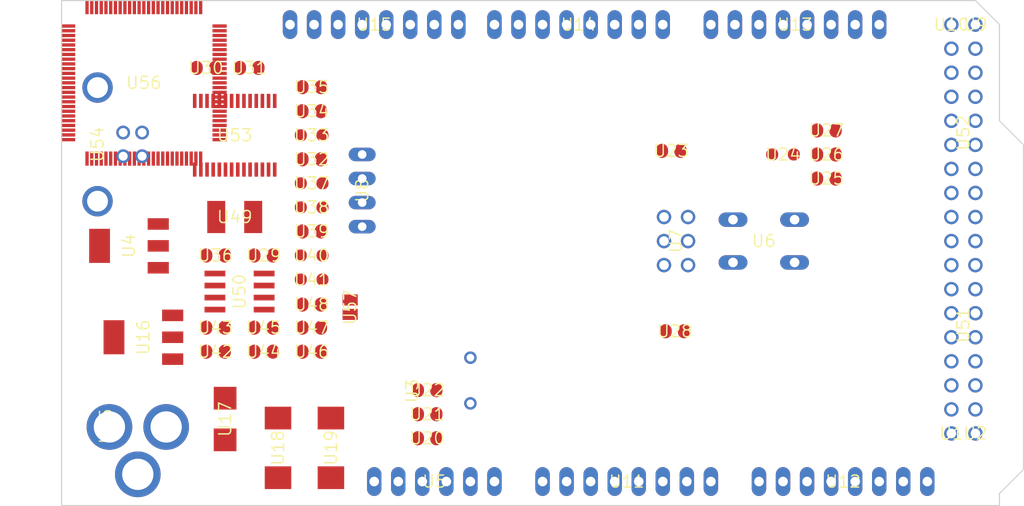
<source format=kicad_pcb>
(kicad_pcb (version 20221018) (generator pcbnew)
  (layers (0 "F.Cu" signal "Top") (31 "B.Cu" signal "Bottom") (34 "B.Paste" user) (35 "F.Paste" user) (36 "B.SilkS" user "B.Silkscreen") (37 "F.SilkS" user "F.Silkscreen") (38 "B.Mask" user) (39 "F.Mask" user) (44 "Edge.Cuts" user))
  (net 0 "")
  (net 1 "+5V")
  (net 2 "GND")
  (net 3 "N$6")
  (net 4 "N$7")
  (net 5 "AREF")
  (net 6 "RESET")
  (net 7 "VIN")
  (net 8 "N$3")
  (net 9 "PWRIN")
  (net 10 "M8RXD")
  (net 11 "M8TXD")
  (net 12 "ADC0")
  (net 13 "ADC2")
  (net 14 "ADC1")
  (net 15 "ADC3")
  (net 16 "ADC4")
  (net 17 "ADC5")
  (net 18 "ADC6")
  (net 19 "ADC7")
  (net 20 "+3V3")
  (net 21 "SDA")
  (net 22 "SCL")
  (net 23 "ADC9")
  (net 24 "ADC8")
  (net 25 "ADC10")
  (net 26 "ADC11")
  (net 27 "ADC12")
  (net 28 "ADC13")
  (net 29 "ADC14")
  (net 30 "ADC15")
  (net 31 "PB3")
  (net 32 "PB2")
  (net 33 "PB1")
  (net 34 "PB5")
  (net 35 "PB4")
  (net 36 "PE5")
  (net 37 "PE4")
  (net 38 "PE3")
  (net 39 "PE1")
  (net 40 "PE0")
  (net 41 "N$15")
  (net 42 "N$53")
  (net 43 "N$54")
  (net 44 "N$55")
  (net 45 "D-")
  (net 46 "D+")
  (net 47 "N$60")
  (net 48 "DTR")
  (net 49 "USBVCC")
  (net 50 "N$2")
  (net 51 "N$4")
  (net 52 "GATE_CMD")
  (net 53 "CMP")
  (net 54 "PB6")
  (net 55 "PH3")
  (net 56 "PH4")
  (net 57 "PH5")
  (net 58 "PH6")
  (net 59 "PG5")
  (net 60 "RXD1")
  (net 61 "TXD1")
  (net 62 "RXD2")
  (net 63 "RXD3")
  (net 64 "TXD2")
  (net 65 "TXD3")
  (net 66 "PC0")
  (net 67 "PC1")
  (net 68 "PC2")
  (net 69 "PC3")
  (net 70 "PC4")
  (net 71 "PC5")
  (net 72 "PC6")
  (net 73 "PC7")
  (net 74 "PB0")
  (net 75 "PG0")
  (net 76 "PG1")
  (net 77 "PG2")
  (net 78 "PD7")
  (net 79 "PA0")
  (net 80 "PA1")
  (net 81 "PA2")
  (net 82 "PA3")
  (net 83 "PA4")
  (net 84 "PA5")
  (net 85 "PA6")
  (net 86 "PA7")
  (net 87 "PL0")
  (net 88 "PL1")
  (net 89 "PL2")
  (net 90 "PL3")
  (net 91 "PL4")
  (net 92 "PL5")
  (net 93 "PL6")
  (net 94 "PL7")
  (net 95 "PB7")
  (net 96 "CTS")
  (net 97 "DSR")
  (net 98 "DCD")
  (net 99 "RI")
  (footprint "Arduino_MEGA_Reference_Design:2X03" (layer "F.Cu") (at 162.5981 103.7336 -90)
    (fp_text reference "U7")
    (fp_text value "")
  )
  (footprint "Arduino_MEGA_Reference_Design:1X08" (layer "F.Cu") (at 152.3111 80.8736 180)
    (fp_text reference "U14")
    (fp_text value "")
  )
  (footprint "Arduino_MEGA_Reference_Design:1X08" (layer "F.Cu") (at 130.7211 80.8736 180)
    (fp_text reference "U15")
    (fp_text value "")
  )
  (footprint "Arduino_MEGA_Reference_Design:SMC_D" (layer "F.Cu") (at 120.5611 125.5776 -90)
    (fp_text reference "U18")
    (fp_text value "")
  )
  (footprint "Arduino_MEGA_Reference_Design:SMC_D" (layer "F.Cu") (at 126.1491 125.5776 -90)
    (fp_text reference "U19")
    (fp_text value "")
  )
  (footprint "Arduino_MEGA_Reference_Design:B3F-10XX" (layer "F.Cu") (at 171.8691 103.7336 180)
    (fp_text reference "U6")
    (fp_text value "")
  )
  (footprint "Arduino_MEGA_Reference_Design:0805RND" (layer "F.Cu") (at 173.9011 94.5896 180)
    (fp_text reference "U24")
    (fp_text value "")
  )
  (footprint "Arduino_MEGA_Reference_Design:SMB" (layer "F.Cu") (at 114.9731 122.5296 -90)
    (fp_text reference "U17")
    (fp_text value "")
  )
  (footprint "Arduino_MEGA_Reference_Design:DC-21MM" (layer "F.Cu") (at 103.0351 123.2916 90)
    (fp_text reference "U55")
    (fp_text value "")
  )
  (footprint "Arduino_MEGA_Reference_Design:HC49_S" (layer "F.Cu") (at 140.8811 118.4656 90)
    (fp_text reference "U3")
    (fp_text value "")
  )
  (footprint "Arduino_MEGA_Reference_Design:SOT223" (layer "F.Cu") (at 106.3371 113.8936 90)
    (fp_text reference "U16")
    (fp_text value "")
  )
  (footprint "Arduino_MEGA_Reference_Design:1X06" (layer "F.Cu") (at 137.0711 129.1336)
    (fp_text reference "U5")
    (fp_text value "")
  )
  (footprint "Arduino_MEGA_Reference_Design:C0805RND" (layer "F.Cu") (at 124.1171 87.4776)
    (fp_text reference "U35")
    (fp_text value "")
  )
  (footprint "Arduino_MEGA_Reference_Design:C0805RND" (layer "F.Cu") (at 162.4711 113.2586)
    (fp_text reference "U28")
    (fp_text value "")
  )
  (footprint "Arduino_MEGA_Reference_Design:C0805RND" (layer "F.Cu") (at 136.3091 122.0216)
    (fp_text reference "U21")
    (fp_text value "")
  )
  (footprint "Arduino_MEGA_Reference_Design:C0805RND" (layer "F.Cu") (at 136.3091 119.4816)
    (fp_text reference "U22")
    (fp_text value "")
  )
  (footprint "Arduino_MEGA_Reference_Design:C0805RND" (layer "F.Cu") (at 113.9571 112.8776)
    (fp_text reference "U43")
    (fp_text value "")
  )
  (footprint "Arduino_MEGA_Reference_Design:RCL_0805RND" (layer "F.Cu") (at 124.1171 105.2576)
    (fp_text reference "U40")
    (fp_text value "")
  )
  (footprint "Arduino_MEGA_Reference_Design:RCL_0805RND" (layer "F.Cu") (at 124.1171 107.7976)
    (fp_text reference "U41")
    (fp_text value "")
  )
  (footprint "Arduino_MEGA_Reference_Design:1X08" (layer "F.Cu") (at 157.3911 129.1336)
    (fp_text reference "U11")
    (fp_text value "")
  )
  (footprint "Arduino_MEGA_Reference_Design:1X08" (layer "F.Cu") (at 175.1711 80.8736 180)
    (fp_text reference "U13")
    (fp_text value "")
  )
  (footprint "Arduino_MEGA_Reference_Design:R0805RND" (layer "F.Cu") (at 178.4731 94.5896 180)
    (fp_text reference "U26")
    (fp_text value "")
  )
  (footprint "Arduino_MEGA_Reference_Design:R0805RND" (layer "F.Cu") (at 178.4731 92.0496 180)
    (fp_text reference "U27")
    (fp_text value "")
  )
  (footprint "Arduino_MEGA_Reference_Design:TQFP100" (layer "F.Cu") (at 106.39109802246094 87.02359771728516 0)
    (fp_text reference "U56")
    (fp_text value "")
  )
  (footprint "Arduino_MEGA_Reference_Design:C0805RND" (layer "F.Cu") (at 162.0901 94.2086 180)
    (fp_text reference "U23")
    (fp_text value "")
  )
  (footprint "Arduino_MEGA_Reference_Design:C0805RND" (layer "F.Cu") (at 136.3091 124.5616)
    (fp_text reference "U20")
    (fp_text value "")
  )
  (footprint "Arduino_MEGA_Reference_Design:1X08" (layer "F.Cu") (at 180.2511 129.1336)
    (fp_text reference "U12")
    (fp_text value "")
  )
  (footprint "Arduino_MEGA_Reference_Design:R0805RND" (layer "F.Cu") (at 124.1171 112.8776)
    (fp_text reference "U47")
    (fp_text value "")
  )
  (footprint "Arduino_MEGA_Reference_Design:C0805RND" (layer "F.Cu") (at 124.1171 115.4176)
    (fp_text reference "U46")
    (fp_text value "")
  )
  (footprint "Arduino_MEGA_Reference_Design:C0805RND" (layer "F.Cu") (at 113.9571 105.2576)
    (fp_text reference "U36")
    (fp_text value "")
  )
  (footprint "Arduino_MEGA_Reference_Design:C0805RND" (layer "F.Cu") (at 112.9411 85.4456)
    (fp_text reference "U30")
    (fp_text value "")
  )
  (footprint "Arduino_MEGA_Reference_Design:0805RND" (layer "F.Cu") (at 124.1171 100.1776 180)
    (fp_text reference "U38")
    (fp_text value "")
  )
  (footprint "Arduino_MEGA_Reference_Design:0805RND" (layer "F.Cu") (at 124.1171 97.6376 180)
    (fp_text reference "U37")
    (fp_text value "")
  )
  (footprint "Arduino_MEGA_Reference_Design:R0805RND" (layer "F.Cu") (at 124.1171 95.0976)
    (fp_text reference "U32")
    (fp_text value "")
  )
  (footprint "Arduino_MEGA_Reference_Design:R0805RND" (layer "F.Cu") (at 124.1171 102.7176)
    (fp_text reference "U39")
    (fp_text value "")
  )
  (footprint "Arduino_MEGA_Reference_Design:SSOP28" (layer "F.Cu") (at 115.9891 92.5576)
    (fp_text reference "U53")
    (fp_text value "")
  )
  (footprint "Arduino_MEGA_Reference_Design:PN61729" (layer "F.Cu") (at 98.9584 93.5228 -90)
    (fp_text reference "U54")
    (fp_text value "")
  )
  (footprint "Arduino_MEGA_Reference_Design:L1812" (layer "F.Cu") (at 115.9891 101.1936)
    (fp_text reference "U49")
    (fp_text value "")
  )
  (footprint "Arduino_MEGA_Reference_Design:C0805RND" (layer "F.Cu") (at 117.5131 85.4456)
    (fp_text reference "U31")
    (fp_text value "")
  )
  (footprint "Arduino_MEGA_Reference_Design:0805RND" (layer "F.Cu") (at 124.1171 92.5576 180)
    (fp_text reference "U33")
    (fp_text value "")
  )
  (footprint "Arduino_MEGA_Reference_Design:R0805RND" (layer "F.Cu") (at 124.1171 90.0176 180)
    (fp_text reference "U34")
    (fp_text value "")
  )
  (footprint "Arduino_MEGA_Reference_Design:C0805RND" (layer "F.Cu") (at 124.1171 110.4392 180)
    (fp_text reference "U48")
    (fp_text value "")
  )
  (footprint "Arduino_MEGA_Reference_Design:SOT223" (layer "F.Cu") (at 104.8131 104.2416 90)
    (fp_text reference "U4")
    (fp_text value "")
  )
  (footprint "Arduino_MEGA_Reference_Design:SO08" (layer "F.Cu") (at 116.4971 109.0676 -90)
    (fp_text reference "U50")
    (fp_text value "")
  )
  (footprint "Arduino_MEGA_Reference_Design:R0805RND" (layer "F.Cu") (at 113.9571 115.4176 180)
    (fp_text reference "U42")
    (fp_text value "")
  )
  (footprint "Arduino_MEGA_Reference_Design:R0805RND" (layer "F.Cu") (at 119.0371 112.8776 180)
    (fp_text reference "U45")
    (fp_text value "")
  )
  (footprint "Arduino_MEGA_Reference_Design:C0805RND" (layer "F.Cu") (at 119.0371 115.4176 180)
    (fp_text reference "U44")
    (fp_text value "")
  )
  (footprint "Arduino_MEGA_Reference_Design:C0805RND" (layer "F.Cu") (at 119.0371 105.2576)
    (fp_text reference "U29")
    (fp_text value "")
  )
  (footprint "Arduino_MEGA_Reference_Design:2X08" (layer "F.Cu") (at 192.9511 92.3036 90)
    (fp_text reference "U52")
    (fp_text value "")
  )
  (footprint "Arduino_MEGA_Reference_Design:2X08" (layer "F.Cu") (at 192.9511 112.6236 90)
    (fp_text reference "U51")
    (fp_text value "")
  )
  (footprint "Arduino_MEGA_Reference_Design:R0805RND" (layer "F.Cu") (at 178.4731 97.1296 180)
    (fp_text reference "U25")
    (fp_text value "")
  )
  (footprint "Arduino_MEGA_Reference_Design:1X01" (layer "F.Cu") (at 191.6811 80.8736)
    (fp_text reference "U10")
    (fp_text value "")
  )
  (footprint "Arduino_MEGA_Reference_Design:1X01" (layer "F.Cu") (at 194.2211 80.8736)
    (fp_text reference "U9")
    (fp_text value "")
  )
  (footprint "Arduino_MEGA_Reference_Design:1X01" (layer "F.Cu") (at 191.6811 124.0536)
    (fp_text reference "U1")
    (fp_text value "")
  )
  (footprint "Arduino_MEGA_Reference_Design:1X01" (layer "F.Cu") (at 194.2211 124.0536)
    (fp_text reference "U2")
    (fp_text value "")
  )
  (footprint "Arduino_MEGA_Reference_Design:SJ" (layer "F.Cu") (at 128.1811 110.7186 -90)
    (fp_text reference "U57")
    (fp_text value "")
  )
  (footprint "Arduino_MEGA_Reference_Design:JP4" (layer "F.Cu") (at 129.4511 98.3996 -90)
    (fp_text reference "U8")
    (fp_text value "")
  )
  (gr_line (start 196.7611 80.8736) (end 196.7611 91.0336) (layer "Edge.Cuts") (width 0.12))
  (gr_line (start 196.7611 130.4036) (end 196.7611 131.6736) (layer "Edge.Cuts") (width 0.12))
  (gr_line (start 194.2211 78.3336) (end 196.7611 80.8736) (layer "Edge.Cuts") (width 0.12))
  (gr_line (start 97.7011 78.3336) (end 194.2211 78.3336) (layer "Edge.Cuts") (width 0.12))
  (gr_line (start 196.7611 91.0336) (end 199.3011 93.5736) (layer "Edge.Cuts") (width 0.12))
  (gr_line (start 97.7011 131.6736) (end 97.7011 78.3336) (layer "Edge.Cuts") (width 0.12))
  (gr_line (start 196.7611 131.6736) (end 97.7011 131.6736) (layer "Edge.Cuts") (width 0.12))
  (gr_line (start 199.3011 93.5736) (end 199.3011 127.8636) (layer "Edge.Cuts") (width 0.12))
  (gr_line (start 199.3011 127.8636) (end 196.7611 130.4036) (layer "Edge.Cuts") (width 0.12))
)
</source>
